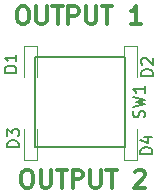
<source format=gbr>
G04 #@! TF.GenerationSoftware,KiCad,Pcbnew,(5.1.4-0-10_14)*
G04 #@! TF.CreationDate,2019-11-06T07:52:38+01:00*
G04 #@! TF.ProjectId,sq_indicator,73715f69-6e64-4696-9361-746f722e6b69,rev?*
G04 #@! TF.SameCoordinates,Original*
G04 #@! TF.FileFunction,Legend,Top*
G04 #@! TF.FilePolarity,Positive*
%FSLAX46Y46*%
G04 Gerber Fmt 4.6, Leading zero omitted, Abs format (unit mm)*
G04 Created by KiCad (PCBNEW (5.1.4-0-10_14)) date 2019-11-06 07:52:38*
%MOMM*%
%LPD*%
G04 APERTURE LIST*
%ADD10C,0.300000*%
%ADD11C,0.120000*%
%ADD12C,0.150000*%
G04 APERTURE END LIST*
D10*
X162917222Y-98091151D02*
X163202937Y-98091151D01*
X163345794Y-98162580D01*
X163488651Y-98305437D01*
X163560080Y-98591151D01*
X163560080Y-99091151D01*
X163488651Y-99376865D01*
X163345794Y-99519722D01*
X163202937Y-99591151D01*
X162917222Y-99591151D01*
X162774365Y-99519722D01*
X162631508Y-99376865D01*
X162560080Y-99091151D01*
X162560080Y-98591151D01*
X162631508Y-98305437D01*
X162774365Y-98162580D01*
X162917222Y-98091151D01*
X164202937Y-98091151D02*
X164202937Y-99305437D01*
X164274365Y-99448294D01*
X164345794Y-99519722D01*
X164488651Y-99591151D01*
X164774365Y-99591151D01*
X164917222Y-99519722D01*
X164988651Y-99448294D01*
X165060080Y-99305437D01*
X165060080Y-98091151D01*
X165560080Y-98091151D02*
X166417222Y-98091151D01*
X165988651Y-99591151D02*
X165988651Y-98091151D01*
X166917222Y-99591151D02*
X166917222Y-98091151D01*
X167488651Y-98091151D01*
X167631508Y-98162580D01*
X167702937Y-98234008D01*
X167774365Y-98376865D01*
X167774365Y-98591151D01*
X167702937Y-98734008D01*
X167631508Y-98805437D01*
X167488651Y-98876865D01*
X166917222Y-98876865D01*
X168417222Y-98091151D02*
X168417222Y-99305437D01*
X168488651Y-99448294D01*
X168560080Y-99519722D01*
X168702937Y-99591151D01*
X168988651Y-99591151D01*
X169131508Y-99519722D01*
X169202937Y-99448294D01*
X169274365Y-99305437D01*
X169274365Y-98091151D01*
X169774365Y-98091151D02*
X170631508Y-98091151D01*
X170202937Y-99591151D02*
X170202937Y-98091151D01*
X172202937Y-98234008D02*
X172274365Y-98162580D01*
X172417222Y-98091151D01*
X172774365Y-98091151D01*
X172917222Y-98162580D01*
X172988651Y-98234008D01*
X173060080Y-98376865D01*
X173060080Y-98519722D01*
X172988651Y-98734008D01*
X172131508Y-99591151D01*
X173060080Y-99591151D01*
X162556675Y-84247110D02*
X162842390Y-84247110D01*
X162985247Y-84318539D01*
X163128104Y-84461396D01*
X163199533Y-84747110D01*
X163199533Y-85247110D01*
X163128104Y-85532824D01*
X162985247Y-85675681D01*
X162842390Y-85747110D01*
X162556675Y-85747110D01*
X162413818Y-85675681D01*
X162270961Y-85532824D01*
X162199533Y-85247110D01*
X162199533Y-84747110D01*
X162270961Y-84461396D01*
X162413818Y-84318539D01*
X162556675Y-84247110D01*
X163842390Y-84247110D02*
X163842390Y-85461396D01*
X163913818Y-85604253D01*
X163985247Y-85675681D01*
X164128104Y-85747110D01*
X164413818Y-85747110D01*
X164556675Y-85675681D01*
X164628104Y-85604253D01*
X164699533Y-85461396D01*
X164699533Y-84247110D01*
X165199533Y-84247110D02*
X166056675Y-84247110D01*
X165628104Y-85747110D02*
X165628104Y-84247110D01*
X166556675Y-85747110D02*
X166556675Y-84247110D01*
X167128104Y-84247110D01*
X167270961Y-84318539D01*
X167342390Y-84389967D01*
X167413818Y-84532824D01*
X167413818Y-84747110D01*
X167342390Y-84889967D01*
X167270961Y-84961396D01*
X167128104Y-85032824D01*
X166556675Y-85032824D01*
X168056675Y-84247110D02*
X168056675Y-85461396D01*
X168128104Y-85604253D01*
X168199533Y-85675681D01*
X168342390Y-85747110D01*
X168628104Y-85747110D01*
X168770961Y-85675681D01*
X168842390Y-85604253D01*
X168913818Y-85461396D01*
X168913818Y-84247110D01*
X169413818Y-84247110D02*
X170270961Y-84247110D01*
X169842390Y-85747110D02*
X169842390Y-84247110D01*
X172699533Y-85747110D02*
X171842390Y-85747110D01*
X172270961Y-85747110D02*
X172270961Y-84247110D01*
X172128104Y-84461396D01*
X171985247Y-84604253D01*
X171842390Y-84675681D01*
D11*
X163914533Y-87588538D02*
X162814533Y-87588538D01*
X162814533Y-87588538D02*
X162814533Y-90188538D01*
X163914533Y-87588538D02*
X163914533Y-90188538D01*
X172344533Y-87588538D02*
X171244533Y-87588538D01*
X171244533Y-87588538D02*
X171244533Y-90188538D01*
X172344533Y-87588538D02*
X172344533Y-90188538D01*
X162814533Y-97218538D02*
X163914533Y-97218538D01*
X163914533Y-97218538D02*
X163914533Y-94618538D01*
X162814533Y-97218538D02*
X162814533Y-94618538D01*
X171244533Y-97218538D02*
X172344533Y-97218538D01*
X172344533Y-97218538D02*
X172344533Y-94618538D01*
X171244533Y-97218538D02*
X171244533Y-94618538D01*
D12*
X163759533Y-88568539D02*
X163759533Y-96188539D01*
X163759533Y-96188539D02*
X171379533Y-96188539D01*
X171379533Y-96188539D02*
X171379533Y-88568539D01*
X171379533Y-88568539D02*
X163759533Y-88568539D01*
X162151913Y-89856634D02*
X161151913Y-89856634D01*
X161151913Y-89618539D01*
X161199533Y-89475681D01*
X161294771Y-89380443D01*
X161390009Y-89332824D01*
X161580485Y-89285205D01*
X161723342Y-89285205D01*
X161913818Y-89332824D01*
X162009056Y-89380443D01*
X162104294Y-89475681D01*
X162151913Y-89618539D01*
X162151913Y-89856634D01*
X162151913Y-88332824D02*
X162151913Y-88904253D01*
X162151913Y-88618539D02*
X161151913Y-88618539D01*
X161294771Y-88713777D01*
X161390009Y-88809015D01*
X161437628Y-88904253D01*
X173696913Y-90126633D02*
X172696913Y-90126633D01*
X172696913Y-89888538D01*
X172744533Y-89745680D01*
X172839771Y-89650442D01*
X172935009Y-89602823D01*
X173125485Y-89555204D01*
X173268342Y-89555204D01*
X173458818Y-89602823D01*
X173554056Y-89650442D01*
X173649294Y-89745680D01*
X173696913Y-89888538D01*
X173696913Y-90126633D01*
X172792152Y-89174252D02*
X172744533Y-89126633D01*
X172696913Y-89031395D01*
X172696913Y-88793299D01*
X172744533Y-88698061D01*
X172792152Y-88650442D01*
X172887390Y-88602823D01*
X172982628Y-88602823D01*
X173125485Y-88650442D01*
X173696913Y-89221871D01*
X173696913Y-88602823D01*
X162366913Y-96156633D02*
X161366913Y-96156633D01*
X161366913Y-95918538D01*
X161414533Y-95775680D01*
X161509771Y-95680442D01*
X161605009Y-95632823D01*
X161795485Y-95585204D01*
X161938342Y-95585204D01*
X162128818Y-95632823D01*
X162224056Y-95680442D01*
X162319294Y-95775680D01*
X162366913Y-95918538D01*
X162366913Y-96156633D01*
X161366913Y-95251871D02*
X161366913Y-94632823D01*
X161747866Y-94966157D01*
X161747866Y-94823299D01*
X161795485Y-94728061D01*
X161843104Y-94680442D01*
X161938342Y-94632823D01*
X162176437Y-94632823D01*
X162271675Y-94680442D01*
X162319294Y-94728061D01*
X162366913Y-94823299D01*
X162366913Y-95109014D01*
X162319294Y-95204252D01*
X162271675Y-95251871D01*
X173651913Y-96756634D02*
X172651913Y-96756634D01*
X172651913Y-96518539D01*
X172699533Y-96375681D01*
X172794771Y-96280443D01*
X172890009Y-96232824D01*
X173080485Y-96185205D01*
X173223342Y-96185205D01*
X173413818Y-96232824D01*
X173509056Y-96280443D01*
X173604294Y-96375681D01*
X173651913Y-96518539D01*
X173651913Y-96756634D01*
X172985247Y-95328062D02*
X173651913Y-95328062D01*
X172604294Y-95566158D02*
X173318580Y-95804253D01*
X173318580Y-95185205D01*
X172982294Y-93655872D02*
X173029913Y-93513015D01*
X173029913Y-93274919D01*
X172982294Y-93179681D01*
X172934675Y-93132062D01*
X172839437Y-93084443D01*
X172744199Y-93084443D01*
X172648961Y-93132062D01*
X172601342Y-93179681D01*
X172553723Y-93274919D01*
X172506104Y-93465396D01*
X172458485Y-93560634D01*
X172410866Y-93608253D01*
X172315628Y-93655872D01*
X172220390Y-93655872D01*
X172125152Y-93608253D01*
X172077533Y-93560634D01*
X172029913Y-93465396D01*
X172029913Y-93227300D01*
X172077533Y-93084443D01*
X172029913Y-92751110D02*
X173029913Y-92513015D01*
X172315628Y-92322539D01*
X173029913Y-92132062D01*
X172029913Y-91893967D01*
X173029913Y-90989205D02*
X173029913Y-91560634D01*
X173029913Y-91274919D02*
X172029913Y-91274919D01*
X172172771Y-91370158D01*
X172268009Y-91465396D01*
X172315628Y-91560634D01*
M02*

</source>
